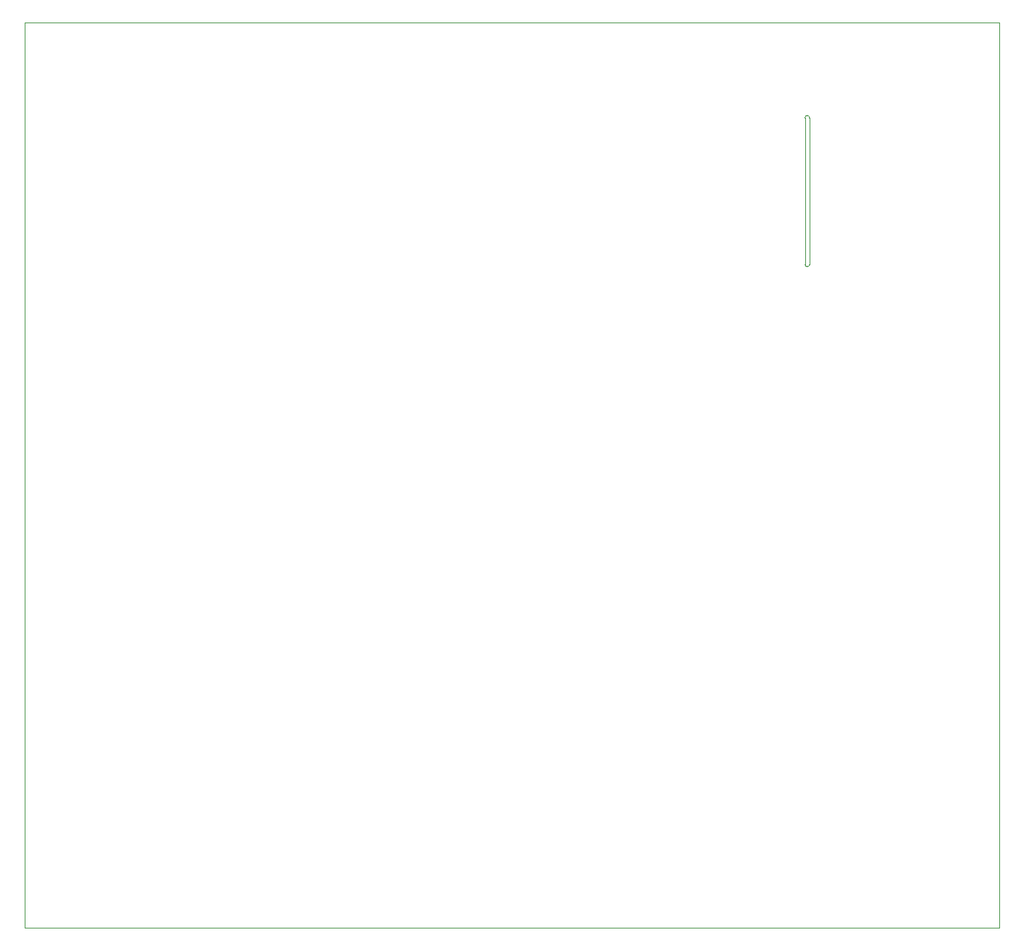
<source format=gbr>
%TF.GenerationSoftware,KiCad,Pcbnew,6.0.10*%
%TF.CreationDate,2023-01-16T16:43:20+03:00*%
%TF.ProjectId,multistepper,6d756c74-6973-4746-9570-7065722e6b69,rev?*%
%TF.SameCoordinates,Original*%
%TF.FileFunction,Profile,NP*%
%FSLAX46Y46*%
G04 Gerber Fmt 4.6, Leading zero omitted, Abs format (unit mm)*
G04 Created by KiCad (PCBNEW 6.0.10) date 2023-01-16 16:43:20*
%MOMM*%
%LPD*%
G01*
G04 APERTURE LIST*
%TA.AperFunction,Profile*%
%ADD10C,0.100000*%
%TD*%
G04 APERTURE END LIST*
D10*
X146400000Y-66700000D02*
G75*
G03*
X146900000Y-66700000I250000J0D01*
G01*
X146899999Y-49600000D02*
G75*
G03*
X146400001Y-49600000I-249999J50000D01*
G01*
X146400000Y-49600000D02*
X146400000Y-66700000D01*
X146900000Y-66700000D02*
X146900000Y-49600000D01*
X55500000Y-38500000D02*
X169000000Y-38500000D01*
X169000000Y-38500000D02*
X169000000Y-144000000D01*
X169000000Y-144000000D02*
X55500000Y-144000000D01*
X55500000Y-144000000D02*
X55500000Y-38500000D01*
M02*

</source>
